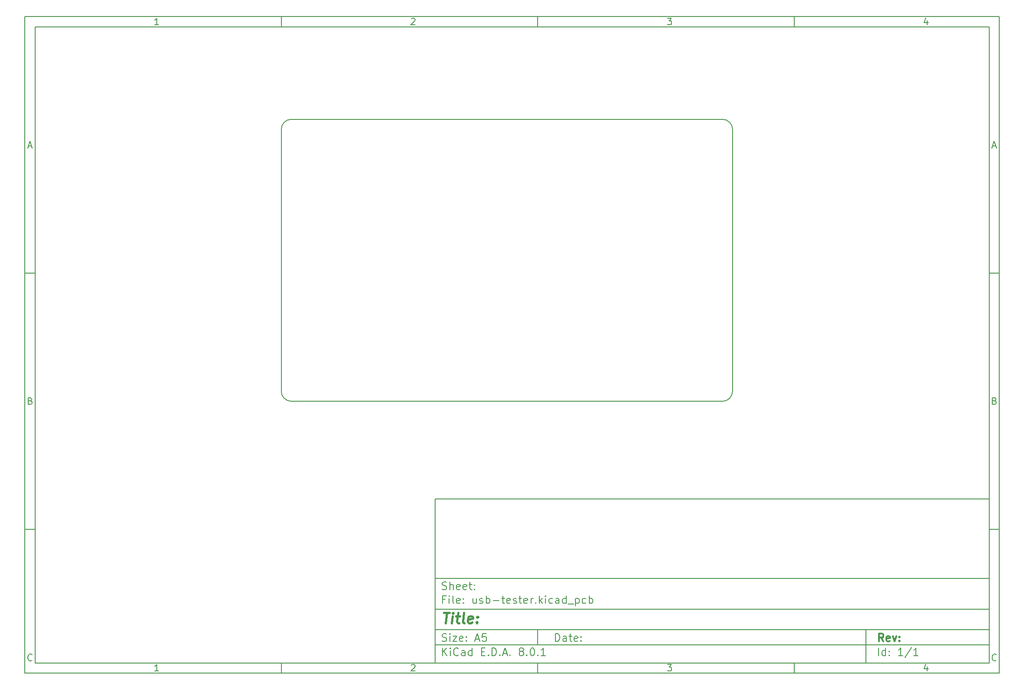
<source format=gbr>
%TF.GenerationSoftware,KiCad,Pcbnew,8.0.1*%
%TF.CreationDate,2024-04-20T18:29:45+01:00*%
%TF.ProjectId,usb-tester,7573622d-7465-4737-9465-722e6b696361,rev?*%
%TF.SameCoordinates,Original*%
%TF.FileFunction,Profile,NP*%
%FSLAX46Y46*%
G04 Gerber Fmt 4.6, Leading zero omitted, Abs format (unit mm)*
G04 Created by KiCad (PCBNEW 8.0.1) date 2024-04-20 18:29:45*
%MOMM*%
%LPD*%
G01*
G04 APERTURE LIST*
%ADD10C,0.100000*%
%ADD11C,0.150000*%
%ADD12C,0.300000*%
%ADD13C,0.400000*%
%TA.AperFunction,Profile*%
%ADD14C,0.200000*%
%TD*%
G04 APERTURE END LIST*
D10*
D11*
X90007200Y-104005800D02*
X198007200Y-104005800D01*
X198007200Y-136005800D01*
X90007200Y-136005800D01*
X90007200Y-104005800D01*
D10*
D11*
X10000000Y-10000000D02*
X200007200Y-10000000D01*
X200007200Y-138005800D01*
X10000000Y-138005800D01*
X10000000Y-10000000D01*
D10*
D11*
X12000000Y-12000000D02*
X198007200Y-12000000D01*
X198007200Y-136005800D01*
X12000000Y-136005800D01*
X12000000Y-12000000D01*
D10*
D11*
X60000000Y-12000000D02*
X60000000Y-10000000D01*
D10*
D11*
X110000000Y-12000000D02*
X110000000Y-10000000D01*
D10*
D11*
X160000000Y-12000000D02*
X160000000Y-10000000D01*
D10*
D11*
X36089160Y-11593604D02*
X35346303Y-11593604D01*
X35717731Y-11593604D02*
X35717731Y-10293604D01*
X35717731Y-10293604D02*
X35593922Y-10479319D01*
X35593922Y-10479319D02*
X35470112Y-10603128D01*
X35470112Y-10603128D02*
X35346303Y-10665033D01*
D10*
D11*
X85346303Y-10417414D02*
X85408207Y-10355509D01*
X85408207Y-10355509D02*
X85532017Y-10293604D01*
X85532017Y-10293604D02*
X85841541Y-10293604D01*
X85841541Y-10293604D02*
X85965350Y-10355509D01*
X85965350Y-10355509D02*
X86027255Y-10417414D01*
X86027255Y-10417414D02*
X86089160Y-10541223D01*
X86089160Y-10541223D02*
X86089160Y-10665033D01*
X86089160Y-10665033D02*
X86027255Y-10850747D01*
X86027255Y-10850747D02*
X85284398Y-11593604D01*
X85284398Y-11593604D02*
X86089160Y-11593604D01*
D10*
D11*
X135284398Y-10293604D02*
X136089160Y-10293604D01*
X136089160Y-10293604D02*
X135655826Y-10788842D01*
X135655826Y-10788842D02*
X135841541Y-10788842D01*
X135841541Y-10788842D02*
X135965350Y-10850747D01*
X135965350Y-10850747D02*
X136027255Y-10912652D01*
X136027255Y-10912652D02*
X136089160Y-11036461D01*
X136089160Y-11036461D02*
X136089160Y-11345985D01*
X136089160Y-11345985D02*
X136027255Y-11469795D01*
X136027255Y-11469795D02*
X135965350Y-11531700D01*
X135965350Y-11531700D02*
X135841541Y-11593604D01*
X135841541Y-11593604D02*
X135470112Y-11593604D01*
X135470112Y-11593604D02*
X135346303Y-11531700D01*
X135346303Y-11531700D02*
X135284398Y-11469795D01*
D10*
D11*
X185965350Y-10726938D02*
X185965350Y-11593604D01*
X185655826Y-10231700D02*
X185346303Y-11160271D01*
X185346303Y-11160271D02*
X186151064Y-11160271D01*
D10*
D11*
X60000000Y-136005800D02*
X60000000Y-138005800D01*
D10*
D11*
X110000000Y-136005800D02*
X110000000Y-138005800D01*
D10*
D11*
X160000000Y-136005800D02*
X160000000Y-138005800D01*
D10*
D11*
X36089160Y-137599404D02*
X35346303Y-137599404D01*
X35717731Y-137599404D02*
X35717731Y-136299404D01*
X35717731Y-136299404D02*
X35593922Y-136485119D01*
X35593922Y-136485119D02*
X35470112Y-136608928D01*
X35470112Y-136608928D02*
X35346303Y-136670833D01*
D10*
D11*
X85346303Y-136423214D02*
X85408207Y-136361309D01*
X85408207Y-136361309D02*
X85532017Y-136299404D01*
X85532017Y-136299404D02*
X85841541Y-136299404D01*
X85841541Y-136299404D02*
X85965350Y-136361309D01*
X85965350Y-136361309D02*
X86027255Y-136423214D01*
X86027255Y-136423214D02*
X86089160Y-136547023D01*
X86089160Y-136547023D02*
X86089160Y-136670833D01*
X86089160Y-136670833D02*
X86027255Y-136856547D01*
X86027255Y-136856547D02*
X85284398Y-137599404D01*
X85284398Y-137599404D02*
X86089160Y-137599404D01*
D10*
D11*
X135284398Y-136299404D02*
X136089160Y-136299404D01*
X136089160Y-136299404D02*
X135655826Y-136794642D01*
X135655826Y-136794642D02*
X135841541Y-136794642D01*
X135841541Y-136794642D02*
X135965350Y-136856547D01*
X135965350Y-136856547D02*
X136027255Y-136918452D01*
X136027255Y-136918452D02*
X136089160Y-137042261D01*
X136089160Y-137042261D02*
X136089160Y-137351785D01*
X136089160Y-137351785D02*
X136027255Y-137475595D01*
X136027255Y-137475595D02*
X135965350Y-137537500D01*
X135965350Y-137537500D02*
X135841541Y-137599404D01*
X135841541Y-137599404D02*
X135470112Y-137599404D01*
X135470112Y-137599404D02*
X135346303Y-137537500D01*
X135346303Y-137537500D02*
X135284398Y-137475595D01*
D10*
D11*
X185965350Y-136732738D02*
X185965350Y-137599404D01*
X185655826Y-136237500D02*
X185346303Y-137166071D01*
X185346303Y-137166071D02*
X186151064Y-137166071D01*
D10*
D11*
X10000000Y-60000000D02*
X12000000Y-60000000D01*
D10*
D11*
X10000000Y-110000000D02*
X12000000Y-110000000D01*
D10*
D11*
X10690476Y-35222176D02*
X11309523Y-35222176D01*
X10566666Y-35593604D02*
X10999999Y-34293604D01*
X10999999Y-34293604D02*
X11433333Y-35593604D01*
D10*
D11*
X11092857Y-84912652D02*
X11278571Y-84974557D01*
X11278571Y-84974557D02*
X11340476Y-85036461D01*
X11340476Y-85036461D02*
X11402380Y-85160271D01*
X11402380Y-85160271D02*
X11402380Y-85345985D01*
X11402380Y-85345985D02*
X11340476Y-85469795D01*
X11340476Y-85469795D02*
X11278571Y-85531700D01*
X11278571Y-85531700D02*
X11154761Y-85593604D01*
X11154761Y-85593604D02*
X10659523Y-85593604D01*
X10659523Y-85593604D02*
X10659523Y-84293604D01*
X10659523Y-84293604D02*
X11092857Y-84293604D01*
X11092857Y-84293604D02*
X11216666Y-84355509D01*
X11216666Y-84355509D02*
X11278571Y-84417414D01*
X11278571Y-84417414D02*
X11340476Y-84541223D01*
X11340476Y-84541223D02*
X11340476Y-84665033D01*
X11340476Y-84665033D02*
X11278571Y-84788842D01*
X11278571Y-84788842D02*
X11216666Y-84850747D01*
X11216666Y-84850747D02*
X11092857Y-84912652D01*
X11092857Y-84912652D02*
X10659523Y-84912652D01*
D10*
D11*
X11402380Y-135469795D02*
X11340476Y-135531700D01*
X11340476Y-135531700D02*
X11154761Y-135593604D01*
X11154761Y-135593604D02*
X11030952Y-135593604D01*
X11030952Y-135593604D02*
X10845238Y-135531700D01*
X10845238Y-135531700D02*
X10721428Y-135407890D01*
X10721428Y-135407890D02*
X10659523Y-135284080D01*
X10659523Y-135284080D02*
X10597619Y-135036461D01*
X10597619Y-135036461D02*
X10597619Y-134850747D01*
X10597619Y-134850747D02*
X10659523Y-134603128D01*
X10659523Y-134603128D02*
X10721428Y-134479319D01*
X10721428Y-134479319D02*
X10845238Y-134355509D01*
X10845238Y-134355509D02*
X11030952Y-134293604D01*
X11030952Y-134293604D02*
X11154761Y-134293604D01*
X11154761Y-134293604D02*
X11340476Y-134355509D01*
X11340476Y-134355509D02*
X11402380Y-134417414D01*
D10*
D11*
X200007200Y-60000000D02*
X198007200Y-60000000D01*
D10*
D11*
X200007200Y-110000000D02*
X198007200Y-110000000D01*
D10*
D11*
X198697676Y-35222176D02*
X199316723Y-35222176D01*
X198573866Y-35593604D02*
X199007199Y-34293604D01*
X199007199Y-34293604D02*
X199440533Y-35593604D01*
D10*
D11*
X199100057Y-84912652D02*
X199285771Y-84974557D01*
X199285771Y-84974557D02*
X199347676Y-85036461D01*
X199347676Y-85036461D02*
X199409580Y-85160271D01*
X199409580Y-85160271D02*
X199409580Y-85345985D01*
X199409580Y-85345985D02*
X199347676Y-85469795D01*
X199347676Y-85469795D02*
X199285771Y-85531700D01*
X199285771Y-85531700D02*
X199161961Y-85593604D01*
X199161961Y-85593604D02*
X198666723Y-85593604D01*
X198666723Y-85593604D02*
X198666723Y-84293604D01*
X198666723Y-84293604D02*
X199100057Y-84293604D01*
X199100057Y-84293604D02*
X199223866Y-84355509D01*
X199223866Y-84355509D02*
X199285771Y-84417414D01*
X199285771Y-84417414D02*
X199347676Y-84541223D01*
X199347676Y-84541223D02*
X199347676Y-84665033D01*
X199347676Y-84665033D02*
X199285771Y-84788842D01*
X199285771Y-84788842D02*
X199223866Y-84850747D01*
X199223866Y-84850747D02*
X199100057Y-84912652D01*
X199100057Y-84912652D02*
X198666723Y-84912652D01*
D10*
D11*
X199409580Y-135469795D02*
X199347676Y-135531700D01*
X199347676Y-135531700D02*
X199161961Y-135593604D01*
X199161961Y-135593604D02*
X199038152Y-135593604D01*
X199038152Y-135593604D02*
X198852438Y-135531700D01*
X198852438Y-135531700D02*
X198728628Y-135407890D01*
X198728628Y-135407890D02*
X198666723Y-135284080D01*
X198666723Y-135284080D02*
X198604819Y-135036461D01*
X198604819Y-135036461D02*
X198604819Y-134850747D01*
X198604819Y-134850747D02*
X198666723Y-134603128D01*
X198666723Y-134603128D02*
X198728628Y-134479319D01*
X198728628Y-134479319D02*
X198852438Y-134355509D01*
X198852438Y-134355509D02*
X199038152Y-134293604D01*
X199038152Y-134293604D02*
X199161961Y-134293604D01*
X199161961Y-134293604D02*
X199347676Y-134355509D01*
X199347676Y-134355509D02*
X199409580Y-134417414D01*
D10*
D11*
X113463026Y-131791928D02*
X113463026Y-130291928D01*
X113463026Y-130291928D02*
X113820169Y-130291928D01*
X113820169Y-130291928D02*
X114034455Y-130363357D01*
X114034455Y-130363357D02*
X114177312Y-130506214D01*
X114177312Y-130506214D02*
X114248741Y-130649071D01*
X114248741Y-130649071D02*
X114320169Y-130934785D01*
X114320169Y-130934785D02*
X114320169Y-131149071D01*
X114320169Y-131149071D02*
X114248741Y-131434785D01*
X114248741Y-131434785D02*
X114177312Y-131577642D01*
X114177312Y-131577642D02*
X114034455Y-131720500D01*
X114034455Y-131720500D02*
X113820169Y-131791928D01*
X113820169Y-131791928D02*
X113463026Y-131791928D01*
X115605884Y-131791928D02*
X115605884Y-131006214D01*
X115605884Y-131006214D02*
X115534455Y-130863357D01*
X115534455Y-130863357D02*
X115391598Y-130791928D01*
X115391598Y-130791928D02*
X115105884Y-130791928D01*
X115105884Y-130791928D02*
X114963026Y-130863357D01*
X115605884Y-131720500D02*
X115463026Y-131791928D01*
X115463026Y-131791928D02*
X115105884Y-131791928D01*
X115105884Y-131791928D02*
X114963026Y-131720500D01*
X114963026Y-131720500D02*
X114891598Y-131577642D01*
X114891598Y-131577642D02*
X114891598Y-131434785D01*
X114891598Y-131434785D02*
X114963026Y-131291928D01*
X114963026Y-131291928D02*
X115105884Y-131220500D01*
X115105884Y-131220500D02*
X115463026Y-131220500D01*
X115463026Y-131220500D02*
X115605884Y-131149071D01*
X116105884Y-130791928D02*
X116677312Y-130791928D01*
X116320169Y-130291928D02*
X116320169Y-131577642D01*
X116320169Y-131577642D02*
X116391598Y-131720500D01*
X116391598Y-131720500D02*
X116534455Y-131791928D01*
X116534455Y-131791928D02*
X116677312Y-131791928D01*
X117748741Y-131720500D02*
X117605884Y-131791928D01*
X117605884Y-131791928D02*
X117320170Y-131791928D01*
X117320170Y-131791928D02*
X117177312Y-131720500D01*
X117177312Y-131720500D02*
X117105884Y-131577642D01*
X117105884Y-131577642D02*
X117105884Y-131006214D01*
X117105884Y-131006214D02*
X117177312Y-130863357D01*
X117177312Y-130863357D02*
X117320170Y-130791928D01*
X117320170Y-130791928D02*
X117605884Y-130791928D01*
X117605884Y-130791928D02*
X117748741Y-130863357D01*
X117748741Y-130863357D02*
X117820170Y-131006214D01*
X117820170Y-131006214D02*
X117820170Y-131149071D01*
X117820170Y-131149071D02*
X117105884Y-131291928D01*
X118463026Y-131649071D02*
X118534455Y-131720500D01*
X118534455Y-131720500D02*
X118463026Y-131791928D01*
X118463026Y-131791928D02*
X118391598Y-131720500D01*
X118391598Y-131720500D02*
X118463026Y-131649071D01*
X118463026Y-131649071D02*
X118463026Y-131791928D01*
X118463026Y-130863357D02*
X118534455Y-130934785D01*
X118534455Y-130934785D02*
X118463026Y-131006214D01*
X118463026Y-131006214D02*
X118391598Y-130934785D01*
X118391598Y-130934785D02*
X118463026Y-130863357D01*
X118463026Y-130863357D02*
X118463026Y-131006214D01*
D10*
D11*
X90007200Y-132505800D02*
X198007200Y-132505800D01*
D10*
D11*
X91463026Y-134591928D02*
X91463026Y-133091928D01*
X92320169Y-134591928D02*
X91677312Y-133734785D01*
X92320169Y-133091928D02*
X91463026Y-133949071D01*
X92963026Y-134591928D02*
X92963026Y-133591928D01*
X92963026Y-133091928D02*
X92891598Y-133163357D01*
X92891598Y-133163357D02*
X92963026Y-133234785D01*
X92963026Y-133234785D02*
X93034455Y-133163357D01*
X93034455Y-133163357D02*
X92963026Y-133091928D01*
X92963026Y-133091928D02*
X92963026Y-133234785D01*
X94534455Y-134449071D02*
X94463027Y-134520500D01*
X94463027Y-134520500D02*
X94248741Y-134591928D01*
X94248741Y-134591928D02*
X94105884Y-134591928D01*
X94105884Y-134591928D02*
X93891598Y-134520500D01*
X93891598Y-134520500D02*
X93748741Y-134377642D01*
X93748741Y-134377642D02*
X93677312Y-134234785D01*
X93677312Y-134234785D02*
X93605884Y-133949071D01*
X93605884Y-133949071D02*
X93605884Y-133734785D01*
X93605884Y-133734785D02*
X93677312Y-133449071D01*
X93677312Y-133449071D02*
X93748741Y-133306214D01*
X93748741Y-133306214D02*
X93891598Y-133163357D01*
X93891598Y-133163357D02*
X94105884Y-133091928D01*
X94105884Y-133091928D02*
X94248741Y-133091928D01*
X94248741Y-133091928D02*
X94463027Y-133163357D01*
X94463027Y-133163357D02*
X94534455Y-133234785D01*
X95820170Y-134591928D02*
X95820170Y-133806214D01*
X95820170Y-133806214D02*
X95748741Y-133663357D01*
X95748741Y-133663357D02*
X95605884Y-133591928D01*
X95605884Y-133591928D02*
X95320170Y-133591928D01*
X95320170Y-133591928D02*
X95177312Y-133663357D01*
X95820170Y-134520500D02*
X95677312Y-134591928D01*
X95677312Y-134591928D02*
X95320170Y-134591928D01*
X95320170Y-134591928D02*
X95177312Y-134520500D01*
X95177312Y-134520500D02*
X95105884Y-134377642D01*
X95105884Y-134377642D02*
X95105884Y-134234785D01*
X95105884Y-134234785D02*
X95177312Y-134091928D01*
X95177312Y-134091928D02*
X95320170Y-134020500D01*
X95320170Y-134020500D02*
X95677312Y-134020500D01*
X95677312Y-134020500D02*
X95820170Y-133949071D01*
X97177313Y-134591928D02*
X97177313Y-133091928D01*
X97177313Y-134520500D02*
X97034455Y-134591928D01*
X97034455Y-134591928D02*
X96748741Y-134591928D01*
X96748741Y-134591928D02*
X96605884Y-134520500D01*
X96605884Y-134520500D02*
X96534455Y-134449071D01*
X96534455Y-134449071D02*
X96463027Y-134306214D01*
X96463027Y-134306214D02*
X96463027Y-133877642D01*
X96463027Y-133877642D02*
X96534455Y-133734785D01*
X96534455Y-133734785D02*
X96605884Y-133663357D01*
X96605884Y-133663357D02*
X96748741Y-133591928D01*
X96748741Y-133591928D02*
X97034455Y-133591928D01*
X97034455Y-133591928D02*
X97177313Y-133663357D01*
X99034455Y-133806214D02*
X99534455Y-133806214D01*
X99748741Y-134591928D02*
X99034455Y-134591928D01*
X99034455Y-134591928D02*
X99034455Y-133091928D01*
X99034455Y-133091928D02*
X99748741Y-133091928D01*
X100391598Y-134449071D02*
X100463027Y-134520500D01*
X100463027Y-134520500D02*
X100391598Y-134591928D01*
X100391598Y-134591928D02*
X100320170Y-134520500D01*
X100320170Y-134520500D02*
X100391598Y-134449071D01*
X100391598Y-134449071D02*
X100391598Y-134591928D01*
X101105884Y-134591928D02*
X101105884Y-133091928D01*
X101105884Y-133091928D02*
X101463027Y-133091928D01*
X101463027Y-133091928D02*
X101677313Y-133163357D01*
X101677313Y-133163357D02*
X101820170Y-133306214D01*
X101820170Y-133306214D02*
X101891599Y-133449071D01*
X101891599Y-133449071D02*
X101963027Y-133734785D01*
X101963027Y-133734785D02*
X101963027Y-133949071D01*
X101963027Y-133949071D02*
X101891599Y-134234785D01*
X101891599Y-134234785D02*
X101820170Y-134377642D01*
X101820170Y-134377642D02*
X101677313Y-134520500D01*
X101677313Y-134520500D02*
X101463027Y-134591928D01*
X101463027Y-134591928D02*
X101105884Y-134591928D01*
X102605884Y-134449071D02*
X102677313Y-134520500D01*
X102677313Y-134520500D02*
X102605884Y-134591928D01*
X102605884Y-134591928D02*
X102534456Y-134520500D01*
X102534456Y-134520500D02*
X102605884Y-134449071D01*
X102605884Y-134449071D02*
X102605884Y-134591928D01*
X103248742Y-134163357D02*
X103963028Y-134163357D01*
X103105885Y-134591928D02*
X103605885Y-133091928D01*
X103605885Y-133091928D02*
X104105885Y-134591928D01*
X104605884Y-134449071D02*
X104677313Y-134520500D01*
X104677313Y-134520500D02*
X104605884Y-134591928D01*
X104605884Y-134591928D02*
X104534456Y-134520500D01*
X104534456Y-134520500D02*
X104605884Y-134449071D01*
X104605884Y-134449071D02*
X104605884Y-134591928D01*
X106677313Y-133734785D02*
X106534456Y-133663357D01*
X106534456Y-133663357D02*
X106463027Y-133591928D01*
X106463027Y-133591928D02*
X106391599Y-133449071D01*
X106391599Y-133449071D02*
X106391599Y-133377642D01*
X106391599Y-133377642D02*
X106463027Y-133234785D01*
X106463027Y-133234785D02*
X106534456Y-133163357D01*
X106534456Y-133163357D02*
X106677313Y-133091928D01*
X106677313Y-133091928D02*
X106963027Y-133091928D01*
X106963027Y-133091928D02*
X107105885Y-133163357D01*
X107105885Y-133163357D02*
X107177313Y-133234785D01*
X107177313Y-133234785D02*
X107248742Y-133377642D01*
X107248742Y-133377642D02*
X107248742Y-133449071D01*
X107248742Y-133449071D02*
X107177313Y-133591928D01*
X107177313Y-133591928D02*
X107105885Y-133663357D01*
X107105885Y-133663357D02*
X106963027Y-133734785D01*
X106963027Y-133734785D02*
X106677313Y-133734785D01*
X106677313Y-133734785D02*
X106534456Y-133806214D01*
X106534456Y-133806214D02*
X106463027Y-133877642D01*
X106463027Y-133877642D02*
X106391599Y-134020500D01*
X106391599Y-134020500D02*
X106391599Y-134306214D01*
X106391599Y-134306214D02*
X106463027Y-134449071D01*
X106463027Y-134449071D02*
X106534456Y-134520500D01*
X106534456Y-134520500D02*
X106677313Y-134591928D01*
X106677313Y-134591928D02*
X106963027Y-134591928D01*
X106963027Y-134591928D02*
X107105885Y-134520500D01*
X107105885Y-134520500D02*
X107177313Y-134449071D01*
X107177313Y-134449071D02*
X107248742Y-134306214D01*
X107248742Y-134306214D02*
X107248742Y-134020500D01*
X107248742Y-134020500D02*
X107177313Y-133877642D01*
X107177313Y-133877642D02*
X107105885Y-133806214D01*
X107105885Y-133806214D02*
X106963027Y-133734785D01*
X107891598Y-134449071D02*
X107963027Y-134520500D01*
X107963027Y-134520500D02*
X107891598Y-134591928D01*
X107891598Y-134591928D02*
X107820170Y-134520500D01*
X107820170Y-134520500D02*
X107891598Y-134449071D01*
X107891598Y-134449071D02*
X107891598Y-134591928D01*
X108891599Y-133091928D02*
X109034456Y-133091928D01*
X109034456Y-133091928D02*
X109177313Y-133163357D01*
X109177313Y-133163357D02*
X109248742Y-133234785D01*
X109248742Y-133234785D02*
X109320170Y-133377642D01*
X109320170Y-133377642D02*
X109391599Y-133663357D01*
X109391599Y-133663357D02*
X109391599Y-134020500D01*
X109391599Y-134020500D02*
X109320170Y-134306214D01*
X109320170Y-134306214D02*
X109248742Y-134449071D01*
X109248742Y-134449071D02*
X109177313Y-134520500D01*
X109177313Y-134520500D02*
X109034456Y-134591928D01*
X109034456Y-134591928D02*
X108891599Y-134591928D01*
X108891599Y-134591928D02*
X108748742Y-134520500D01*
X108748742Y-134520500D02*
X108677313Y-134449071D01*
X108677313Y-134449071D02*
X108605884Y-134306214D01*
X108605884Y-134306214D02*
X108534456Y-134020500D01*
X108534456Y-134020500D02*
X108534456Y-133663357D01*
X108534456Y-133663357D02*
X108605884Y-133377642D01*
X108605884Y-133377642D02*
X108677313Y-133234785D01*
X108677313Y-133234785D02*
X108748742Y-133163357D01*
X108748742Y-133163357D02*
X108891599Y-133091928D01*
X110034455Y-134449071D02*
X110105884Y-134520500D01*
X110105884Y-134520500D02*
X110034455Y-134591928D01*
X110034455Y-134591928D02*
X109963027Y-134520500D01*
X109963027Y-134520500D02*
X110034455Y-134449071D01*
X110034455Y-134449071D02*
X110034455Y-134591928D01*
X111534456Y-134591928D02*
X110677313Y-134591928D01*
X111105884Y-134591928D02*
X111105884Y-133091928D01*
X111105884Y-133091928D02*
X110963027Y-133306214D01*
X110963027Y-133306214D02*
X110820170Y-133449071D01*
X110820170Y-133449071D02*
X110677313Y-133520500D01*
D10*
D11*
X90007200Y-129505800D02*
X198007200Y-129505800D01*
D10*
D12*
X177418853Y-131784128D02*
X176918853Y-131069842D01*
X176561710Y-131784128D02*
X176561710Y-130284128D01*
X176561710Y-130284128D02*
X177133139Y-130284128D01*
X177133139Y-130284128D02*
X177275996Y-130355557D01*
X177275996Y-130355557D02*
X177347425Y-130426985D01*
X177347425Y-130426985D02*
X177418853Y-130569842D01*
X177418853Y-130569842D02*
X177418853Y-130784128D01*
X177418853Y-130784128D02*
X177347425Y-130926985D01*
X177347425Y-130926985D02*
X177275996Y-130998414D01*
X177275996Y-130998414D02*
X177133139Y-131069842D01*
X177133139Y-131069842D02*
X176561710Y-131069842D01*
X178633139Y-131712700D02*
X178490282Y-131784128D01*
X178490282Y-131784128D02*
X178204568Y-131784128D01*
X178204568Y-131784128D02*
X178061710Y-131712700D01*
X178061710Y-131712700D02*
X177990282Y-131569842D01*
X177990282Y-131569842D02*
X177990282Y-130998414D01*
X177990282Y-130998414D02*
X178061710Y-130855557D01*
X178061710Y-130855557D02*
X178204568Y-130784128D01*
X178204568Y-130784128D02*
X178490282Y-130784128D01*
X178490282Y-130784128D02*
X178633139Y-130855557D01*
X178633139Y-130855557D02*
X178704568Y-130998414D01*
X178704568Y-130998414D02*
X178704568Y-131141271D01*
X178704568Y-131141271D02*
X177990282Y-131284128D01*
X179204567Y-130784128D02*
X179561710Y-131784128D01*
X179561710Y-131784128D02*
X179918853Y-130784128D01*
X180490281Y-131641271D02*
X180561710Y-131712700D01*
X180561710Y-131712700D02*
X180490281Y-131784128D01*
X180490281Y-131784128D02*
X180418853Y-131712700D01*
X180418853Y-131712700D02*
X180490281Y-131641271D01*
X180490281Y-131641271D02*
X180490281Y-131784128D01*
X180490281Y-130855557D02*
X180561710Y-130926985D01*
X180561710Y-130926985D02*
X180490281Y-130998414D01*
X180490281Y-130998414D02*
X180418853Y-130926985D01*
X180418853Y-130926985D02*
X180490281Y-130855557D01*
X180490281Y-130855557D02*
X180490281Y-130998414D01*
D10*
D11*
X91391598Y-131720500D02*
X91605884Y-131791928D01*
X91605884Y-131791928D02*
X91963026Y-131791928D01*
X91963026Y-131791928D02*
X92105884Y-131720500D01*
X92105884Y-131720500D02*
X92177312Y-131649071D01*
X92177312Y-131649071D02*
X92248741Y-131506214D01*
X92248741Y-131506214D02*
X92248741Y-131363357D01*
X92248741Y-131363357D02*
X92177312Y-131220500D01*
X92177312Y-131220500D02*
X92105884Y-131149071D01*
X92105884Y-131149071D02*
X91963026Y-131077642D01*
X91963026Y-131077642D02*
X91677312Y-131006214D01*
X91677312Y-131006214D02*
X91534455Y-130934785D01*
X91534455Y-130934785D02*
X91463026Y-130863357D01*
X91463026Y-130863357D02*
X91391598Y-130720500D01*
X91391598Y-130720500D02*
X91391598Y-130577642D01*
X91391598Y-130577642D02*
X91463026Y-130434785D01*
X91463026Y-130434785D02*
X91534455Y-130363357D01*
X91534455Y-130363357D02*
X91677312Y-130291928D01*
X91677312Y-130291928D02*
X92034455Y-130291928D01*
X92034455Y-130291928D02*
X92248741Y-130363357D01*
X92891597Y-131791928D02*
X92891597Y-130791928D01*
X92891597Y-130291928D02*
X92820169Y-130363357D01*
X92820169Y-130363357D02*
X92891597Y-130434785D01*
X92891597Y-130434785D02*
X92963026Y-130363357D01*
X92963026Y-130363357D02*
X92891597Y-130291928D01*
X92891597Y-130291928D02*
X92891597Y-130434785D01*
X93463026Y-130791928D02*
X94248741Y-130791928D01*
X94248741Y-130791928D02*
X93463026Y-131791928D01*
X93463026Y-131791928D02*
X94248741Y-131791928D01*
X95391598Y-131720500D02*
X95248741Y-131791928D01*
X95248741Y-131791928D02*
X94963027Y-131791928D01*
X94963027Y-131791928D02*
X94820169Y-131720500D01*
X94820169Y-131720500D02*
X94748741Y-131577642D01*
X94748741Y-131577642D02*
X94748741Y-131006214D01*
X94748741Y-131006214D02*
X94820169Y-130863357D01*
X94820169Y-130863357D02*
X94963027Y-130791928D01*
X94963027Y-130791928D02*
X95248741Y-130791928D01*
X95248741Y-130791928D02*
X95391598Y-130863357D01*
X95391598Y-130863357D02*
X95463027Y-131006214D01*
X95463027Y-131006214D02*
X95463027Y-131149071D01*
X95463027Y-131149071D02*
X94748741Y-131291928D01*
X96105883Y-131649071D02*
X96177312Y-131720500D01*
X96177312Y-131720500D02*
X96105883Y-131791928D01*
X96105883Y-131791928D02*
X96034455Y-131720500D01*
X96034455Y-131720500D02*
X96105883Y-131649071D01*
X96105883Y-131649071D02*
X96105883Y-131791928D01*
X96105883Y-130863357D02*
X96177312Y-130934785D01*
X96177312Y-130934785D02*
X96105883Y-131006214D01*
X96105883Y-131006214D02*
X96034455Y-130934785D01*
X96034455Y-130934785D02*
X96105883Y-130863357D01*
X96105883Y-130863357D02*
X96105883Y-131006214D01*
X97891598Y-131363357D02*
X98605884Y-131363357D01*
X97748741Y-131791928D02*
X98248741Y-130291928D01*
X98248741Y-130291928D02*
X98748741Y-131791928D01*
X99963026Y-130291928D02*
X99248740Y-130291928D01*
X99248740Y-130291928D02*
X99177312Y-131006214D01*
X99177312Y-131006214D02*
X99248740Y-130934785D01*
X99248740Y-130934785D02*
X99391598Y-130863357D01*
X99391598Y-130863357D02*
X99748740Y-130863357D01*
X99748740Y-130863357D02*
X99891598Y-130934785D01*
X99891598Y-130934785D02*
X99963026Y-131006214D01*
X99963026Y-131006214D02*
X100034455Y-131149071D01*
X100034455Y-131149071D02*
X100034455Y-131506214D01*
X100034455Y-131506214D02*
X99963026Y-131649071D01*
X99963026Y-131649071D02*
X99891598Y-131720500D01*
X99891598Y-131720500D02*
X99748740Y-131791928D01*
X99748740Y-131791928D02*
X99391598Y-131791928D01*
X99391598Y-131791928D02*
X99248740Y-131720500D01*
X99248740Y-131720500D02*
X99177312Y-131649071D01*
D10*
D11*
X176463026Y-134591928D02*
X176463026Y-133091928D01*
X177820170Y-134591928D02*
X177820170Y-133091928D01*
X177820170Y-134520500D02*
X177677312Y-134591928D01*
X177677312Y-134591928D02*
X177391598Y-134591928D01*
X177391598Y-134591928D02*
X177248741Y-134520500D01*
X177248741Y-134520500D02*
X177177312Y-134449071D01*
X177177312Y-134449071D02*
X177105884Y-134306214D01*
X177105884Y-134306214D02*
X177105884Y-133877642D01*
X177105884Y-133877642D02*
X177177312Y-133734785D01*
X177177312Y-133734785D02*
X177248741Y-133663357D01*
X177248741Y-133663357D02*
X177391598Y-133591928D01*
X177391598Y-133591928D02*
X177677312Y-133591928D01*
X177677312Y-133591928D02*
X177820170Y-133663357D01*
X178534455Y-134449071D02*
X178605884Y-134520500D01*
X178605884Y-134520500D02*
X178534455Y-134591928D01*
X178534455Y-134591928D02*
X178463027Y-134520500D01*
X178463027Y-134520500D02*
X178534455Y-134449071D01*
X178534455Y-134449071D02*
X178534455Y-134591928D01*
X178534455Y-133663357D02*
X178605884Y-133734785D01*
X178605884Y-133734785D02*
X178534455Y-133806214D01*
X178534455Y-133806214D02*
X178463027Y-133734785D01*
X178463027Y-133734785D02*
X178534455Y-133663357D01*
X178534455Y-133663357D02*
X178534455Y-133806214D01*
X181177313Y-134591928D02*
X180320170Y-134591928D01*
X180748741Y-134591928D02*
X180748741Y-133091928D01*
X180748741Y-133091928D02*
X180605884Y-133306214D01*
X180605884Y-133306214D02*
X180463027Y-133449071D01*
X180463027Y-133449071D02*
X180320170Y-133520500D01*
X182891598Y-133020500D02*
X181605884Y-134949071D01*
X184177313Y-134591928D02*
X183320170Y-134591928D01*
X183748741Y-134591928D02*
X183748741Y-133091928D01*
X183748741Y-133091928D02*
X183605884Y-133306214D01*
X183605884Y-133306214D02*
X183463027Y-133449071D01*
X183463027Y-133449071D02*
X183320170Y-133520500D01*
D10*
D11*
X90007200Y-125505800D02*
X198007200Y-125505800D01*
D10*
D13*
X91698928Y-126210238D02*
X92841785Y-126210238D01*
X92020357Y-128210238D02*
X92270357Y-126210238D01*
X93258452Y-128210238D02*
X93425119Y-126876904D01*
X93508452Y-126210238D02*
X93401309Y-126305476D01*
X93401309Y-126305476D02*
X93484643Y-126400714D01*
X93484643Y-126400714D02*
X93591786Y-126305476D01*
X93591786Y-126305476D02*
X93508452Y-126210238D01*
X93508452Y-126210238D02*
X93484643Y-126400714D01*
X94091786Y-126876904D02*
X94853690Y-126876904D01*
X94460833Y-126210238D02*
X94246548Y-127924523D01*
X94246548Y-127924523D02*
X94317976Y-128115000D01*
X94317976Y-128115000D02*
X94496548Y-128210238D01*
X94496548Y-128210238D02*
X94687024Y-128210238D01*
X95639405Y-128210238D02*
X95460833Y-128115000D01*
X95460833Y-128115000D02*
X95389405Y-127924523D01*
X95389405Y-127924523D02*
X95603690Y-126210238D01*
X97175119Y-128115000D02*
X96972738Y-128210238D01*
X96972738Y-128210238D02*
X96591785Y-128210238D01*
X96591785Y-128210238D02*
X96413214Y-128115000D01*
X96413214Y-128115000D02*
X96341785Y-127924523D01*
X96341785Y-127924523D02*
X96437024Y-127162619D01*
X96437024Y-127162619D02*
X96556071Y-126972142D01*
X96556071Y-126972142D02*
X96758452Y-126876904D01*
X96758452Y-126876904D02*
X97139404Y-126876904D01*
X97139404Y-126876904D02*
X97317976Y-126972142D01*
X97317976Y-126972142D02*
X97389404Y-127162619D01*
X97389404Y-127162619D02*
X97365595Y-127353095D01*
X97365595Y-127353095D02*
X96389404Y-127543571D01*
X98139405Y-128019761D02*
X98222738Y-128115000D01*
X98222738Y-128115000D02*
X98115595Y-128210238D01*
X98115595Y-128210238D02*
X98032262Y-128115000D01*
X98032262Y-128115000D02*
X98139405Y-128019761D01*
X98139405Y-128019761D02*
X98115595Y-128210238D01*
X98270357Y-126972142D02*
X98353690Y-127067380D01*
X98353690Y-127067380D02*
X98246548Y-127162619D01*
X98246548Y-127162619D02*
X98163214Y-127067380D01*
X98163214Y-127067380D02*
X98270357Y-126972142D01*
X98270357Y-126972142D02*
X98246548Y-127162619D01*
D10*
D11*
X91963026Y-123606214D02*
X91463026Y-123606214D01*
X91463026Y-124391928D02*
X91463026Y-122891928D01*
X91463026Y-122891928D02*
X92177312Y-122891928D01*
X92748740Y-124391928D02*
X92748740Y-123391928D01*
X92748740Y-122891928D02*
X92677312Y-122963357D01*
X92677312Y-122963357D02*
X92748740Y-123034785D01*
X92748740Y-123034785D02*
X92820169Y-122963357D01*
X92820169Y-122963357D02*
X92748740Y-122891928D01*
X92748740Y-122891928D02*
X92748740Y-123034785D01*
X93677312Y-124391928D02*
X93534455Y-124320500D01*
X93534455Y-124320500D02*
X93463026Y-124177642D01*
X93463026Y-124177642D02*
X93463026Y-122891928D01*
X94820169Y-124320500D02*
X94677312Y-124391928D01*
X94677312Y-124391928D02*
X94391598Y-124391928D01*
X94391598Y-124391928D02*
X94248740Y-124320500D01*
X94248740Y-124320500D02*
X94177312Y-124177642D01*
X94177312Y-124177642D02*
X94177312Y-123606214D01*
X94177312Y-123606214D02*
X94248740Y-123463357D01*
X94248740Y-123463357D02*
X94391598Y-123391928D01*
X94391598Y-123391928D02*
X94677312Y-123391928D01*
X94677312Y-123391928D02*
X94820169Y-123463357D01*
X94820169Y-123463357D02*
X94891598Y-123606214D01*
X94891598Y-123606214D02*
X94891598Y-123749071D01*
X94891598Y-123749071D02*
X94177312Y-123891928D01*
X95534454Y-124249071D02*
X95605883Y-124320500D01*
X95605883Y-124320500D02*
X95534454Y-124391928D01*
X95534454Y-124391928D02*
X95463026Y-124320500D01*
X95463026Y-124320500D02*
X95534454Y-124249071D01*
X95534454Y-124249071D02*
X95534454Y-124391928D01*
X95534454Y-123463357D02*
X95605883Y-123534785D01*
X95605883Y-123534785D02*
X95534454Y-123606214D01*
X95534454Y-123606214D02*
X95463026Y-123534785D01*
X95463026Y-123534785D02*
X95534454Y-123463357D01*
X95534454Y-123463357D02*
X95534454Y-123606214D01*
X98034455Y-123391928D02*
X98034455Y-124391928D01*
X97391597Y-123391928D02*
X97391597Y-124177642D01*
X97391597Y-124177642D02*
X97463026Y-124320500D01*
X97463026Y-124320500D02*
X97605883Y-124391928D01*
X97605883Y-124391928D02*
X97820169Y-124391928D01*
X97820169Y-124391928D02*
X97963026Y-124320500D01*
X97963026Y-124320500D02*
X98034455Y-124249071D01*
X98677312Y-124320500D02*
X98820169Y-124391928D01*
X98820169Y-124391928D02*
X99105883Y-124391928D01*
X99105883Y-124391928D02*
X99248740Y-124320500D01*
X99248740Y-124320500D02*
X99320169Y-124177642D01*
X99320169Y-124177642D02*
X99320169Y-124106214D01*
X99320169Y-124106214D02*
X99248740Y-123963357D01*
X99248740Y-123963357D02*
X99105883Y-123891928D01*
X99105883Y-123891928D02*
X98891598Y-123891928D01*
X98891598Y-123891928D02*
X98748740Y-123820500D01*
X98748740Y-123820500D02*
X98677312Y-123677642D01*
X98677312Y-123677642D02*
X98677312Y-123606214D01*
X98677312Y-123606214D02*
X98748740Y-123463357D01*
X98748740Y-123463357D02*
X98891598Y-123391928D01*
X98891598Y-123391928D02*
X99105883Y-123391928D01*
X99105883Y-123391928D02*
X99248740Y-123463357D01*
X99963026Y-124391928D02*
X99963026Y-122891928D01*
X99963026Y-123463357D02*
X100105884Y-123391928D01*
X100105884Y-123391928D02*
X100391598Y-123391928D01*
X100391598Y-123391928D02*
X100534455Y-123463357D01*
X100534455Y-123463357D02*
X100605884Y-123534785D01*
X100605884Y-123534785D02*
X100677312Y-123677642D01*
X100677312Y-123677642D02*
X100677312Y-124106214D01*
X100677312Y-124106214D02*
X100605884Y-124249071D01*
X100605884Y-124249071D02*
X100534455Y-124320500D01*
X100534455Y-124320500D02*
X100391598Y-124391928D01*
X100391598Y-124391928D02*
X100105884Y-124391928D01*
X100105884Y-124391928D02*
X99963026Y-124320500D01*
X101320169Y-123820500D02*
X102463027Y-123820500D01*
X102963027Y-123391928D02*
X103534455Y-123391928D01*
X103177312Y-122891928D02*
X103177312Y-124177642D01*
X103177312Y-124177642D02*
X103248741Y-124320500D01*
X103248741Y-124320500D02*
X103391598Y-124391928D01*
X103391598Y-124391928D02*
X103534455Y-124391928D01*
X104605884Y-124320500D02*
X104463027Y-124391928D01*
X104463027Y-124391928D02*
X104177313Y-124391928D01*
X104177313Y-124391928D02*
X104034455Y-124320500D01*
X104034455Y-124320500D02*
X103963027Y-124177642D01*
X103963027Y-124177642D02*
X103963027Y-123606214D01*
X103963027Y-123606214D02*
X104034455Y-123463357D01*
X104034455Y-123463357D02*
X104177313Y-123391928D01*
X104177313Y-123391928D02*
X104463027Y-123391928D01*
X104463027Y-123391928D02*
X104605884Y-123463357D01*
X104605884Y-123463357D02*
X104677313Y-123606214D01*
X104677313Y-123606214D02*
X104677313Y-123749071D01*
X104677313Y-123749071D02*
X103963027Y-123891928D01*
X105248741Y-124320500D02*
X105391598Y-124391928D01*
X105391598Y-124391928D02*
X105677312Y-124391928D01*
X105677312Y-124391928D02*
X105820169Y-124320500D01*
X105820169Y-124320500D02*
X105891598Y-124177642D01*
X105891598Y-124177642D02*
X105891598Y-124106214D01*
X105891598Y-124106214D02*
X105820169Y-123963357D01*
X105820169Y-123963357D02*
X105677312Y-123891928D01*
X105677312Y-123891928D02*
X105463027Y-123891928D01*
X105463027Y-123891928D02*
X105320169Y-123820500D01*
X105320169Y-123820500D02*
X105248741Y-123677642D01*
X105248741Y-123677642D02*
X105248741Y-123606214D01*
X105248741Y-123606214D02*
X105320169Y-123463357D01*
X105320169Y-123463357D02*
X105463027Y-123391928D01*
X105463027Y-123391928D02*
X105677312Y-123391928D01*
X105677312Y-123391928D02*
X105820169Y-123463357D01*
X106320170Y-123391928D02*
X106891598Y-123391928D01*
X106534455Y-122891928D02*
X106534455Y-124177642D01*
X106534455Y-124177642D02*
X106605884Y-124320500D01*
X106605884Y-124320500D02*
X106748741Y-124391928D01*
X106748741Y-124391928D02*
X106891598Y-124391928D01*
X107963027Y-124320500D02*
X107820170Y-124391928D01*
X107820170Y-124391928D02*
X107534456Y-124391928D01*
X107534456Y-124391928D02*
X107391598Y-124320500D01*
X107391598Y-124320500D02*
X107320170Y-124177642D01*
X107320170Y-124177642D02*
X107320170Y-123606214D01*
X107320170Y-123606214D02*
X107391598Y-123463357D01*
X107391598Y-123463357D02*
X107534456Y-123391928D01*
X107534456Y-123391928D02*
X107820170Y-123391928D01*
X107820170Y-123391928D02*
X107963027Y-123463357D01*
X107963027Y-123463357D02*
X108034456Y-123606214D01*
X108034456Y-123606214D02*
X108034456Y-123749071D01*
X108034456Y-123749071D02*
X107320170Y-123891928D01*
X108677312Y-124391928D02*
X108677312Y-123391928D01*
X108677312Y-123677642D02*
X108748741Y-123534785D01*
X108748741Y-123534785D02*
X108820170Y-123463357D01*
X108820170Y-123463357D02*
X108963027Y-123391928D01*
X108963027Y-123391928D02*
X109105884Y-123391928D01*
X109605883Y-124249071D02*
X109677312Y-124320500D01*
X109677312Y-124320500D02*
X109605883Y-124391928D01*
X109605883Y-124391928D02*
X109534455Y-124320500D01*
X109534455Y-124320500D02*
X109605883Y-124249071D01*
X109605883Y-124249071D02*
X109605883Y-124391928D01*
X110320169Y-124391928D02*
X110320169Y-122891928D01*
X110463027Y-123820500D02*
X110891598Y-124391928D01*
X110891598Y-123391928D02*
X110320169Y-123963357D01*
X111534455Y-124391928D02*
X111534455Y-123391928D01*
X111534455Y-122891928D02*
X111463027Y-122963357D01*
X111463027Y-122963357D02*
X111534455Y-123034785D01*
X111534455Y-123034785D02*
X111605884Y-122963357D01*
X111605884Y-122963357D02*
X111534455Y-122891928D01*
X111534455Y-122891928D02*
X111534455Y-123034785D01*
X112891599Y-124320500D02*
X112748741Y-124391928D01*
X112748741Y-124391928D02*
X112463027Y-124391928D01*
X112463027Y-124391928D02*
X112320170Y-124320500D01*
X112320170Y-124320500D02*
X112248741Y-124249071D01*
X112248741Y-124249071D02*
X112177313Y-124106214D01*
X112177313Y-124106214D02*
X112177313Y-123677642D01*
X112177313Y-123677642D02*
X112248741Y-123534785D01*
X112248741Y-123534785D02*
X112320170Y-123463357D01*
X112320170Y-123463357D02*
X112463027Y-123391928D01*
X112463027Y-123391928D02*
X112748741Y-123391928D01*
X112748741Y-123391928D02*
X112891599Y-123463357D01*
X114177313Y-124391928D02*
X114177313Y-123606214D01*
X114177313Y-123606214D02*
X114105884Y-123463357D01*
X114105884Y-123463357D02*
X113963027Y-123391928D01*
X113963027Y-123391928D02*
X113677313Y-123391928D01*
X113677313Y-123391928D02*
X113534455Y-123463357D01*
X114177313Y-124320500D02*
X114034455Y-124391928D01*
X114034455Y-124391928D02*
X113677313Y-124391928D01*
X113677313Y-124391928D02*
X113534455Y-124320500D01*
X113534455Y-124320500D02*
X113463027Y-124177642D01*
X113463027Y-124177642D02*
X113463027Y-124034785D01*
X113463027Y-124034785D02*
X113534455Y-123891928D01*
X113534455Y-123891928D02*
X113677313Y-123820500D01*
X113677313Y-123820500D02*
X114034455Y-123820500D01*
X114034455Y-123820500D02*
X114177313Y-123749071D01*
X115534456Y-124391928D02*
X115534456Y-122891928D01*
X115534456Y-124320500D02*
X115391598Y-124391928D01*
X115391598Y-124391928D02*
X115105884Y-124391928D01*
X115105884Y-124391928D02*
X114963027Y-124320500D01*
X114963027Y-124320500D02*
X114891598Y-124249071D01*
X114891598Y-124249071D02*
X114820170Y-124106214D01*
X114820170Y-124106214D02*
X114820170Y-123677642D01*
X114820170Y-123677642D02*
X114891598Y-123534785D01*
X114891598Y-123534785D02*
X114963027Y-123463357D01*
X114963027Y-123463357D02*
X115105884Y-123391928D01*
X115105884Y-123391928D02*
X115391598Y-123391928D01*
X115391598Y-123391928D02*
X115534456Y-123463357D01*
X115891599Y-124534785D02*
X117034456Y-124534785D01*
X117391598Y-123391928D02*
X117391598Y-124891928D01*
X117391598Y-123463357D02*
X117534456Y-123391928D01*
X117534456Y-123391928D02*
X117820170Y-123391928D01*
X117820170Y-123391928D02*
X117963027Y-123463357D01*
X117963027Y-123463357D02*
X118034456Y-123534785D01*
X118034456Y-123534785D02*
X118105884Y-123677642D01*
X118105884Y-123677642D02*
X118105884Y-124106214D01*
X118105884Y-124106214D02*
X118034456Y-124249071D01*
X118034456Y-124249071D02*
X117963027Y-124320500D01*
X117963027Y-124320500D02*
X117820170Y-124391928D01*
X117820170Y-124391928D02*
X117534456Y-124391928D01*
X117534456Y-124391928D02*
X117391598Y-124320500D01*
X119391599Y-124320500D02*
X119248741Y-124391928D01*
X119248741Y-124391928D02*
X118963027Y-124391928D01*
X118963027Y-124391928D02*
X118820170Y-124320500D01*
X118820170Y-124320500D02*
X118748741Y-124249071D01*
X118748741Y-124249071D02*
X118677313Y-124106214D01*
X118677313Y-124106214D02*
X118677313Y-123677642D01*
X118677313Y-123677642D02*
X118748741Y-123534785D01*
X118748741Y-123534785D02*
X118820170Y-123463357D01*
X118820170Y-123463357D02*
X118963027Y-123391928D01*
X118963027Y-123391928D02*
X119248741Y-123391928D01*
X119248741Y-123391928D02*
X119391599Y-123463357D01*
X120034455Y-124391928D02*
X120034455Y-122891928D01*
X120034455Y-123463357D02*
X120177313Y-123391928D01*
X120177313Y-123391928D02*
X120463027Y-123391928D01*
X120463027Y-123391928D02*
X120605884Y-123463357D01*
X120605884Y-123463357D02*
X120677313Y-123534785D01*
X120677313Y-123534785D02*
X120748741Y-123677642D01*
X120748741Y-123677642D02*
X120748741Y-124106214D01*
X120748741Y-124106214D02*
X120677313Y-124249071D01*
X120677313Y-124249071D02*
X120605884Y-124320500D01*
X120605884Y-124320500D02*
X120463027Y-124391928D01*
X120463027Y-124391928D02*
X120177313Y-124391928D01*
X120177313Y-124391928D02*
X120034455Y-124320500D01*
D10*
D11*
X90007200Y-119505800D02*
X198007200Y-119505800D01*
D10*
D11*
X91391598Y-121620500D02*
X91605884Y-121691928D01*
X91605884Y-121691928D02*
X91963026Y-121691928D01*
X91963026Y-121691928D02*
X92105884Y-121620500D01*
X92105884Y-121620500D02*
X92177312Y-121549071D01*
X92177312Y-121549071D02*
X92248741Y-121406214D01*
X92248741Y-121406214D02*
X92248741Y-121263357D01*
X92248741Y-121263357D02*
X92177312Y-121120500D01*
X92177312Y-121120500D02*
X92105884Y-121049071D01*
X92105884Y-121049071D02*
X91963026Y-120977642D01*
X91963026Y-120977642D02*
X91677312Y-120906214D01*
X91677312Y-120906214D02*
X91534455Y-120834785D01*
X91534455Y-120834785D02*
X91463026Y-120763357D01*
X91463026Y-120763357D02*
X91391598Y-120620500D01*
X91391598Y-120620500D02*
X91391598Y-120477642D01*
X91391598Y-120477642D02*
X91463026Y-120334785D01*
X91463026Y-120334785D02*
X91534455Y-120263357D01*
X91534455Y-120263357D02*
X91677312Y-120191928D01*
X91677312Y-120191928D02*
X92034455Y-120191928D01*
X92034455Y-120191928D02*
X92248741Y-120263357D01*
X92891597Y-121691928D02*
X92891597Y-120191928D01*
X93534455Y-121691928D02*
X93534455Y-120906214D01*
X93534455Y-120906214D02*
X93463026Y-120763357D01*
X93463026Y-120763357D02*
X93320169Y-120691928D01*
X93320169Y-120691928D02*
X93105883Y-120691928D01*
X93105883Y-120691928D02*
X92963026Y-120763357D01*
X92963026Y-120763357D02*
X92891597Y-120834785D01*
X94820169Y-121620500D02*
X94677312Y-121691928D01*
X94677312Y-121691928D02*
X94391598Y-121691928D01*
X94391598Y-121691928D02*
X94248740Y-121620500D01*
X94248740Y-121620500D02*
X94177312Y-121477642D01*
X94177312Y-121477642D02*
X94177312Y-120906214D01*
X94177312Y-120906214D02*
X94248740Y-120763357D01*
X94248740Y-120763357D02*
X94391598Y-120691928D01*
X94391598Y-120691928D02*
X94677312Y-120691928D01*
X94677312Y-120691928D02*
X94820169Y-120763357D01*
X94820169Y-120763357D02*
X94891598Y-120906214D01*
X94891598Y-120906214D02*
X94891598Y-121049071D01*
X94891598Y-121049071D02*
X94177312Y-121191928D01*
X96105883Y-121620500D02*
X95963026Y-121691928D01*
X95963026Y-121691928D02*
X95677312Y-121691928D01*
X95677312Y-121691928D02*
X95534454Y-121620500D01*
X95534454Y-121620500D02*
X95463026Y-121477642D01*
X95463026Y-121477642D02*
X95463026Y-120906214D01*
X95463026Y-120906214D02*
X95534454Y-120763357D01*
X95534454Y-120763357D02*
X95677312Y-120691928D01*
X95677312Y-120691928D02*
X95963026Y-120691928D01*
X95963026Y-120691928D02*
X96105883Y-120763357D01*
X96105883Y-120763357D02*
X96177312Y-120906214D01*
X96177312Y-120906214D02*
X96177312Y-121049071D01*
X96177312Y-121049071D02*
X95463026Y-121191928D01*
X96605883Y-120691928D02*
X97177311Y-120691928D01*
X96820168Y-120191928D02*
X96820168Y-121477642D01*
X96820168Y-121477642D02*
X96891597Y-121620500D01*
X96891597Y-121620500D02*
X97034454Y-121691928D01*
X97034454Y-121691928D02*
X97177311Y-121691928D01*
X97677311Y-121549071D02*
X97748740Y-121620500D01*
X97748740Y-121620500D02*
X97677311Y-121691928D01*
X97677311Y-121691928D02*
X97605883Y-121620500D01*
X97605883Y-121620500D02*
X97677311Y-121549071D01*
X97677311Y-121549071D02*
X97677311Y-121691928D01*
X97677311Y-120763357D02*
X97748740Y-120834785D01*
X97748740Y-120834785D02*
X97677311Y-120906214D01*
X97677311Y-120906214D02*
X97605883Y-120834785D01*
X97605883Y-120834785D02*
X97677311Y-120763357D01*
X97677311Y-120763357D02*
X97677311Y-120906214D01*
D10*
D12*
D10*
D11*
D10*
D11*
D10*
D11*
D10*
D11*
D10*
D11*
X110007200Y-129505800D02*
X110007200Y-132505800D01*
D10*
D11*
X174007200Y-129505800D02*
X174007200Y-136005800D01*
D14*
X62000000Y-85000000D02*
G75*
G02*
X60000000Y-83000000I0J2000000D01*
G01*
X148000000Y-83000000D02*
G75*
G02*
X146000000Y-85000000I-2000000J0D01*
G01*
X60000000Y-32000000D02*
G75*
G02*
X62000000Y-30000000I2000000J0D01*
G01*
X146000000Y-30000000D02*
G75*
G02*
X148000000Y-32000000I0J-2000000D01*
G01*
X60000000Y-83000000D02*
X60000000Y-32000000D01*
X146000000Y-85000000D02*
X62000000Y-85000000D01*
X62000000Y-30000000D02*
X146000000Y-30000000D01*
X148000000Y-32000000D02*
X148000000Y-83000000D01*
M02*

</source>
